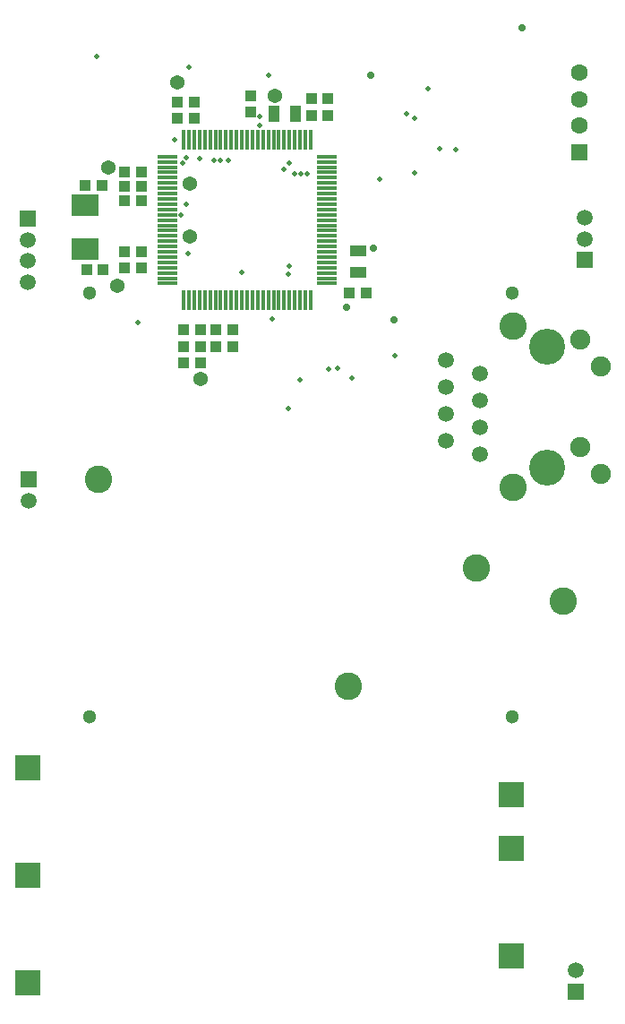
<source format=gbr>
%TF.GenerationSoftware,Altium Limited,Altium Designer,20.1.12 (249)*%
G04 Layer_Color=16711935*
%FSLAX45Y45*%
%MOMM*%
%TF.SameCoordinates,0418086A-757F-42B6-A3B9-695331E80F4B*%
%TF.FilePolarity,Negative*%
%TF.FileFunction,Soldermask,Bot*%
%TF.Part,Single*%
G01*
G75*
%TA.AperFunction,ComponentPad*%
%ADD56C,1.50000*%
%ADD57R,1.50000X1.50000*%
%TA.AperFunction,ViaPad*%
%ADD63C,0.50000*%
%TA.AperFunction,SMDPad,CuDef*%
%ADD73R,2.50000X2.00000*%
%ADD74R,1.05000X1.10000*%
%ADD75R,1.85000X0.40000*%
%ADD76R,0.40000X1.85000*%
%ADD77R,1.10000X1.05000*%
%ADD78R,1.50000X1.05000*%
%ADD79R,1.05000X1.50000*%
%TA.AperFunction,WasherPad*%
%ADD80C,1.30000*%
%TA.AperFunction,ComponentPad*%
%ADD81C,2.60000*%
%ADD82C,1.60000*%
%ADD83R,1.60000X1.60000*%
%ADD84C,3.40000*%
%ADD85C,1.90000*%
%ADD86R,2.40000X2.40000*%
%TA.AperFunction,ViaPad*%
%ADD87C,0.70000*%
%ADD88C,1.37000*%
%ADD89C,2.60000*%
D56*
X412501Y7504999D02*
D03*
Y7304999D02*
D03*
Y7105000D02*
D03*
X5599999Y599999D02*
D03*
X5685003Y7712502D02*
D03*
Y7512502D02*
D03*
X4687809Y5736900D02*
D03*
X4370309Y6117900D02*
D03*
X419999Y5040000D02*
D03*
X4370309Y6371900D02*
D03*
X4687809Y5482900D02*
D03*
Y6244900D02*
D03*
X4370309Y5609900D02*
D03*
Y5863900D02*
D03*
X4687809Y5990900D02*
D03*
D57*
X412501Y7704999D02*
D03*
X5599999Y399999D02*
D03*
X5685003Y7312497D02*
D03*
X419999Y5240000D02*
D03*
D63*
X1932854Y7380000D02*
D03*
X2879999Y7180001D02*
D03*
X2884998Y7255002D02*
D03*
X2839999Y8170001D02*
D03*
X2885003Y8235000D02*
D03*
X2939999Y8130002D02*
D03*
X2999999D02*
D03*
X3059999D02*
D03*
X2730002Y6760002D02*
D03*
X2607498Y8590001D02*
D03*
Y8670000D02*
D03*
X2692502Y9060002D02*
D03*
X2440000Y7200001D02*
D03*
X1800001Y8450001D02*
D03*
X1909999Y7840000D02*
D03*
X1867499Y7742499D02*
D03*
X1909999Y8279999D02*
D03*
X1880001Y8230001D02*
D03*
X1460002Y6720002D02*
D03*
X3259999Y6279998D02*
D03*
X3348553Y6288557D02*
D03*
X3480460Y6200049D02*
D03*
X3890000Y6410000D02*
D03*
X4200002Y8930000D02*
D03*
X4000002Y8699998D02*
D03*
X4309999Y8370001D02*
D03*
X4460001Y8359999D02*
D03*
X4069999Y8139999D02*
D03*
X3739998Y8079999D02*
D03*
X4071818Y8658179D02*
D03*
X2040001Y8270001D02*
D03*
X2309998Y8257499D02*
D03*
X2240001D02*
D03*
X2180001D02*
D03*
X1940001Y9140002D02*
D03*
X1070000Y9240002D02*
D03*
X2990002Y6179998D02*
D03*
D03*
X2879999Y5910001D02*
D03*
D03*
D73*
X960999Y7420000D02*
D03*
Y7830002D02*
D03*
D74*
X2193498Y6654998D02*
D03*
X2353498D02*
D03*
Y6497498D02*
D03*
X2193498D02*
D03*
X2050999Y6340003D02*
D03*
X1891000D02*
D03*
X2050999Y6654998D02*
D03*
X1891000D02*
D03*
X1333500Y7874376D02*
D03*
X1493500D02*
D03*
X1333500Y8150001D02*
D03*
X1493500D02*
D03*
X1331001Y7389998D02*
D03*
X1491000D02*
D03*
X1333500Y8012501D02*
D03*
X1493500D02*
D03*
X3618499Y7005000D02*
D03*
X3458500D02*
D03*
X1828500Y8652500D02*
D03*
X1988500D02*
D03*
X1333500Y7240001D02*
D03*
X1493500D02*
D03*
X1828500Y8805001D02*
D03*
X1988500D02*
D03*
X2050999Y6497498D02*
D03*
X1891000D02*
D03*
X1116000Y8017500D02*
D03*
X956000D02*
D03*
X1131001Y7222500D02*
D03*
X971001D02*
D03*
D75*
X1732498Y7092498D02*
D03*
Y7142500D02*
D03*
Y7192503D02*
D03*
Y7242500D02*
D03*
Y7292503D02*
D03*
Y7392502D02*
D03*
Y7442500D02*
D03*
Y7492502D02*
D03*
Y7542500D02*
D03*
Y7642499D02*
D03*
Y7692502D02*
D03*
Y7742499D02*
D03*
Y7792502D02*
D03*
Y7842499D02*
D03*
Y7892501D02*
D03*
Y7942499D02*
D03*
Y8042499D02*
D03*
Y8192501D02*
D03*
Y8242498D02*
D03*
Y8292501D02*
D03*
X3247502D02*
D03*
Y8242498D02*
D03*
Y8192501D02*
D03*
Y8142498D02*
D03*
Y8092501D02*
D03*
Y8042499D02*
D03*
Y7992501D02*
D03*
Y7942499D02*
D03*
Y7892501D02*
D03*
Y7842499D02*
D03*
Y7792502D02*
D03*
Y7742499D02*
D03*
Y7692502D02*
D03*
Y7642499D02*
D03*
Y7592502D02*
D03*
Y7542500D02*
D03*
Y7492502D02*
D03*
Y7442500D02*
D03*
Y7392502D02*
D03*
Y7342500D02*
D03*
Y7292503D02*
D03*
Y7242500D02*
D03*
Y7192503D02*
D03*
Y7142500D02*
D03*
X1732498Y7992501D02*
D03*
Y7342500D02*
D03*
Y7592502D02*
D03*
Y8142498D02*
D03*
Y8092501D02*
D03*
X3247502Y7092498D02*
D03*
D76*
X1889999Y8450001D02*
D03*
X1940001D02*
D03*
X2040001D02*
D03*
X2089998D02*
D03*
X2140001D02*
D03*
X2189998D02*
D03*
X2240001D02*
D03*
X2289998D02*
D03*
X2340000D02*
D03*
X2390003D02*
D03*
X2440000D02*
D03*
X2490003D02*
D03*
X2540000D02*
D03*
X2590002D02*
D03*
X2640000D02*
D03*
X2690002D02*
D03*
X2740000D02*
D03*
X2790002D02*
D03*
X2839999D02*
D03*
X2890002D02*
D03*
X2939999D02*
D03*
X2990002D02*
D03*
X3039999D02*
D03*
X3090001Y6935003D02*
D03*
X3039999D02*
D03*
X2990002D02*
D03*
X2939999D02*
D03*
X2890002D02*
D03*
X2839999D02*
D03*
X2790002D02*
D03*
X2740000D02*
D03*
X2690002D02*
D03*
X2640000D02*
D03*
X2590002D02*
D03*
X2540000D02*
D03*
X2490003D02*
D03*
X2440000D02*
D03*
X2390003D02*
D03*
X2340000D02*
D03*
X2289998D02*
D03*
X2240001D02*
D03*
X2189998D02*
D03*
X2140001D02*
D03*
X2089998D02*
D03*
X2040001D02*
D03*
X1989999D02*
D03*
X1940001D02*
D03*
X1889999D02*
D03*
X1989999Y8450001D02*
D03*
X3090001D02*
D03*
D77*
X3098500Y8837498D02*
D03*
Y8677499D02*
D03*
X3251002Y8837498D02*
D03*
Y8677499D02*
D03*
X2520000Y8870000D02*
D03*
Y8710000D02*
D03*
D78*
X3543498Y7200001D02*
D03*
Y7400000D02*
D03*
D79*
X2943499Y8699998D02*
D03*
X2743500D02*
D03*
D80*
X5000000Y2999999D02*
D03*
X999998D02*
D03*
X5000000Y7000001D02*
D03*
X999998D02*
D03*
D81*
X5005309Y6689400D02*
D03*
Y5165400D02*
D03*
D82*
X5627502Y8585002D02*
D03*
Y8834999D02*
D03*
Y9085001D02*
D03*
D83*
Y8335000D02*
D03*
D84*
X5322809Y5355900D02*
D03*
Y6498900D02*
D03*
D85*
X5640309Y5546400D02*
D03*
Y6562400D02*
D03*
X5830809Y5292400D02*
D03*
Y6308400D02*
D03*
D86*
X414000Y2516002D02*
D03*
Y484002D02*
D03*
Y1500002D02*
D03*
X4986000Y738002D02*
D03*
Y2262002D02*
D03*
Y1754002D02*
D03*
D87*
X5087620Y9507220D02*
D03*
X3660140Y9060180D02*
D03*
X3679998Y7424999D02*
D03*
X3430001Y6869999D02*
D03*
X3880002Y6749999D02*
D03*
D88*
X1949999Y7540000D02*
D03*
X2049998Y6190000D02*
D03*
X1179998Y8187304D02*
D03*
X1260003Y7067306D02*
D03*
X1949999Y8039999D02*
D03*
X2750002Y8870000D02*
D03*
X1829999Y8990000D02*
D03*
D89*
X1083884Y5238181D02*
D03*
X4653879Y4408180D02*
D03*
X3450001Y3290001D02*
D03*
X5480497Y4092986D02*
D03*
%TF.MD5,5fe8e7318b3e8d6a552205235b60128d*%
M02*

</source>
